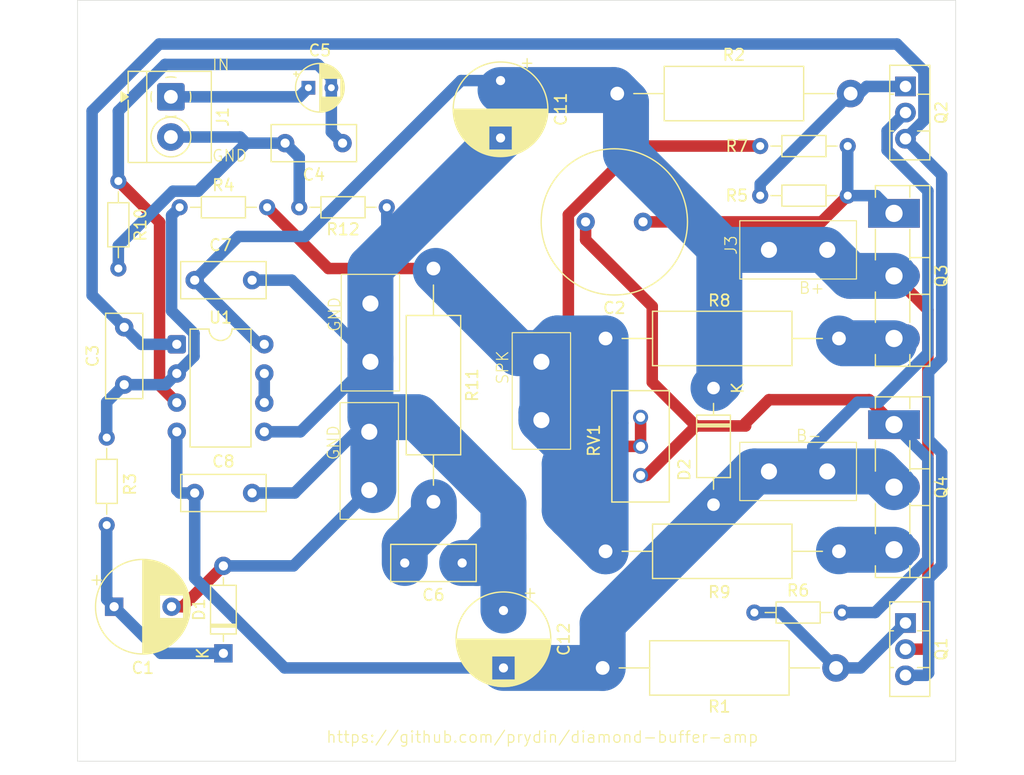
<source format=kicad_pcb>
(kicad_pcb (version 20241229) (generator "pcbnew") (generator_version "9.0")
  (layers (0 "F.Cu" signal) (2 "B.Cu" signal) (13 "F.Paste" user) (15 "B.Paste" user) (5 "F.SilkS" user "F.Silkscreen") (7 "B.SilkS" user "B.Silkscreen") (1 "F.Mask" user) (3 "B.Mask" user) (25 "Edge.Cuts" user))
  (net 0 "")
  (net 1 "Net-(D1-K)")
  (net 2 "GND")
  (net 3 "Net-(Q1-B)")
  (net 4 "Net-(U1A--)")
  (net 5 "Net-(U1A-+)")
  (net 6 "IN")
  (net 7 "Net-(C6-Pad1)")
  (net 8 "Net-(Q1-E)")
  (net 9 "Net-(Q2-E)")
  (net 10 "Net-(Q3-C)")
  (net 11 "Net-(Q3-E)")
  (net 12 "Net-(Q4-B)")
  (net 13 "Net-(Q4-E)")
  (net 14 "SPK")
  (net 15 "Net-(R7-Pad2)")
  (net 16 "Net-(U1B--)")
  (net 17 "B+")
  (net 18 "B-")
  (net 19 "GNDS")
  (footprint "Diamond:Spade Connector" (layer "F.Cu") (at 162.306 94.642 180)
    (property "Reference" "J4" (hide yes))
    (property "Value" "~")
    (pad "1" thru_hole circle (at -2.54 5.08 180) (size 3 3) (drill 1.4) (layers "*.Cu" "*.Mask") (net 18 "B-"))
    (pad "2" thru_hole circle (at 2.54 5.08 180) (size 3 3) (drill 1.4) (layers "*.Cu" "*.Mask") (net 18 "B-"))
  )
  (footprint "Resistor_THT:R_Axial_DIN0204_L3.6mm_D1.6mm_P7.62mm_Horizontal" (layer "F.Cu") (at 126.492 66.548 180)
    (property "Reference" "R12" (at 3.81 -1.92 0) (layer "F.SilkS"))
    (property "Value" "100")
    (pad "1" thru_hole circle (at 0 0 180) (size 1.4 1.4) (drill 0.7) (layers "*.Cu" "*.Mask") (net 2 "GND"))
    (pad "2" thru_hole oval (at 7.62 0 180) (size 1.4 1.4) (drill 0.7) (layers "*.Cu" "*.Mask") (net 19 "GNDS"))
  )
  (footprint "MountingHole:MountingHole_2.2mm_M2" (layer "F.Cu") (at 102.362 51.308)
    (property "Reference" "REF**" (hide yes))
    (property "Value" "MountingHole_2.2mm_M2")
    (pad "" np_thru_hole circle (at 0 0) (size 2.2 2.2) (drill 2.2) (layers "*.Cu" "*.Mask"))
  )
  (footprint "Capacitor_THT:CP_Radial_D4.0mm_P2.00mm" (layer "F.Cu") (at 119.666 56.134)
    (property "Reference" "C5" (at 1 -3.25 0) (layer "F.SilkS"))
    (property "Value" "4.7u")
    (pad "1" thru_hole rect (at 0 0) (size 1.2 1.2) (drill 0.6) (layers "*.Cu" "*.Mask") (net 6 "IN"))
    (pad "2" thru_hole circle (at 2 0) (size 1.2 1.2) (drill 0.6) (layers "*.Cu" "*.Mask") (net 5 "Net-(U1A-+)"))
  )
  (footprint "Resistor_THT:R_Axial_DIN0204_L3.6mm_D1.6mm_P7.62mm_Horizontal" (layer "F.Cu") (at 158.496 101.854)
    (property "Reference" "R6" (at 3.81 -1.92 0) (layer "F.SilkS"))
    (property "Value" "10")
    (pad "1" thru_hole circle (at 0 0) (size 1.4 1.4) (drill 0.7) (layers "*.Cu" "*.Mask") (net 8 "Net-(Q1-E)"))
    (pad "2" thru_hole oval (at 7.62 0) (size 1.4 1.4) (drill 0.7) (layers "*.Cu" "*.Mask") (net 12 "Net-(Q4-B)"))
  )
  (footprint "Diamond:Spade Connector" (layer "F.Cu") (at 162.306 75.338 180)
    (property "Reference" "J3" (at 5.842 5.488 90) (layer "F.SilkS") (effects (font (thickness 0.1))))
    (property "Value" "~")
    (pad "1" thru_hole circle (at -2.54 5.08 180) (size 3 3) (drill 1.4) (layers "*.Cu" "*.Mask") (net 17 "B+"))
    (pad "2" thru_hole circle (at 2.54 5.08 180) (size 3 3) (drill 1.4) (layers "*.Cu" "*.Mask") (net 17 "B+"))
  )
  (footprint "TerminalBlock_4Ucon:TerminalBlock_4Ucon_1x02_P3.50mm_Horizontal" (layer "F.Cu") (at 107.696 56.924 -90)
    (property "Reference" "J1" (at 1.75 -4.52 90) (layer "F.SilkS"))
    (property "Value" "INPUT")
    (pad "1" thru_hole roundrect (at 0 0 270) (size 2.4 2.4) (drill 1.2) (layers "*.Cu" "*.Mask") (roundrect_rratio 0.104167) (net 6 "IN"))
    (pad "2" thru_hole circle (at 3.5 0 270) (size 2.4 2.4) (drill 1.2) (layers "*.Cu" "*.Mask") (net 19 "GNDS"))
  )
  (footprint "Capacitor_THT:C_Radial_D12.5mm_H20.0mm_P5.00mm" (layer "F.Cu") (at 148.804 67.818 180)
    (property "Reference" "C2" (at 2.5 -7.5 0) (layer "F.SilkS"))
    (property "Value" "1000u")
    (pad "1" thru_hole circle (at 0 0 180) (size 1.6 1.6) (drill 0.8) (layers "*.Cu" "*.Mask") (net 10 "Net-(Q3-C)"))
    (pad "2" thru_hole circle (at 5 0 180) (size 1.6 1.6) (drill 0.8) (layers "*.Cu" "*.Mask") (net 12 "Net-(Q4-B)"))
  )
  (footprint "Resistor_THT:R_Axial_DIN0204_L3.6mm_D1.6mm_P7.62mm_Horizontal" (layer "F.Cu") (at 166.624 61.214 180)
    (property "Reference" "R7" (at 9.652 0 0) (layer "F.SilkS"))
    (property "Value" "470")
    (pad "1" thru_hole circle (at 0 0 180) (size 1.4 1.4) (drill 0.7) (layers "*.Cu" "*.Mask") (net 10 "Net-(Q3-C)"))
    (pad "2" thru_hole oval (at 7.62 0 180) (size 1.4 1.4) (drill 0.7) (layers "*.Cu" "*.Mask") (net 15 "Net-(R7-Pad2)"))
  )
  (footprint "Package_TO_SOT_THT:TO-3P-3_Vertical" (layer "F.Cu") (at 170.654 67.078 -90)
    (property "Reference" "Q3" (at 5.45 -4.12 90) (layer "F.SilkS"))
    (property "Value" "NJW0281G")
    (pad "1" thru_hole rect (at 0 0 270) (size 2.5 4.5) (drill 1.5) (layers "*.Cu" "*.Mask") (net 10 "Net-(Q3-C)"))
    (pad "2" thru_hole oval (at 5.45 0 270) (size 2.5 4.5) (drill 1.5) (layers "*.Cu" "*.Mask") (net 17 "B+"))
    (pad "3" thru_hole oval (at 10.9 0 270) (size 2.5 4.5) (drill 1.5) (layers "*.Cu" "*.Mask") (net 11 "Net-(Q3-E)"))
  )
  (footprint "Resistor_THT:R_Axial_DIN0204_L3.6mm_D1.6mm_P7.62mm_Horizontal" (layer "F.Cu") (at 102.108 94.234 90)
    (property "Reference" "R3" (at 3.556 2.032 90) (layer "F.SilkS"))
    (property "Value" "1k")
    (pad "1" thru_hole circle (at 0 0 90) (size 1.4 1.4) (drill 0.7) (layers "*.Cu" "*.Mask") (net 1 "Net-(D1-K)"))
    (pad "2" thru_hole oval (at 7.62 0 90) (size 1.4 1.4) (drill 0.7) (layers "*.Cu" "*.Mask") (net 4 "Net-(U1A--)"))
  )
  (footprint "Capacitor_THT:C_Rect_L7.2mm_W3.0mm_P5.00mm_FKS2_FKP2_MKS2_MKP2" (layer "F.Cu") (at 103.632 82.002 90)
    (property "Reference" "C3" (at 2.5 -2.75 90) (layer "F.SilkS"))
    (property "Value" "22p")
    (pad "1" thru_hole circle (at 0 0 90) (size 1.6 1.6) (drill 0.8) (layers "*.Cu" "*.Mask") (net 4 "Net-(U1A--)"))
    (pad "2" thru_hole circle (at 5 0 90) (size 1.6 1.6) (drill 0.8) (layers "*.Cu" "*.Mask") (net 3 "Net-(Q1-B)"))
  )
  (footprint "Capacitor_THT:C_Rect_L7.2mm_W3.0mm_P5.00mm_FKS2_FKP2_MKS2_MKP2" (layer "F.Cu") (at 109.768 91.44)
    (property "Reference" "C8" (at 2.5 -2.75 0) (layer "F.SilkS"))
    (property "Value" "100n")
    (pad "1" thru_hole circle (at 0 0) (size 1.6 1.6) (drill 0.8) (layers "*.Cu" "*.Mask") (net 18 "B-"))
    (pad "2" thru_hole circle (at 5 0) (size 1.6 1.6) (drill 0.8) (layers "*.Cu" "*.Mask") (net 2 "GND"))
  )
  (footprint "Package_DIP:DIP-8_W7.62mm" (layer "F.Cu") (at 108.209 78.486)
    (property "Reference" "U1" (at 3.81 -2.33 0) (layer "F.SilkS"))
    (property "Value" "NE5532")
    (pad "1" thru_hole roundrect (at 0 0) (size 1.6 1.6) (drill 0.8) (layers "*.Cu" "*.Mask") (roundrect_rratio 0.15625) (net 3 "Net-(Q1-B)"))
    (pad "2" thru_hole circle (at 0 2.54) (size 1.6 1.6) (drill 0.8) (layers "*.Cu" "*.Mask") (net 4 "Net-(U1A--)"))
    (pad "3" thru_hole circle (at 0 5.08) (size 1.6 1.6) (drill 0.8) (layers "*.Cu" "*.Mask") (net 5 "Net-(U1A-+)"))
    (pad "4" thru_hole circle (at 0 7.62) (size 1.6 1.6) (drill 0.8) (layers "*.Cu" "*.Mask") (net 18 "B-"))
    (pad "5" thru_hole circle (at 7.62 7.62) (size 1.6 1.6) (drill 0.8) (layers "*.Cu" "*.Mask") (net 2 "GND"))
    (pad "6" thru_hole circle (at 7.62 5.08) (size 1.6 1.6) (drill 0.8) (layers "*.Cu" "*.Mask") (net 16 "Net-(U1B--)"))
    (pad "7" thru_hole circle (at 7.62 2.54) (size 1.6 1.6) (drill 0.8) (layers "*.Cu" "*.Mask") (net 16 "Net-(U1B--)"))
    (pad "8" thru_hole circle (at 7.62 0) (size 1.6 1.6) (drill 0.8) (layers "*.Cu" "*.Mask") (net 17 "B+"))
  )
  (footprint "Diamond:Spade Connector" (layer "F.Cu") (at 134.874 82.55 90)
    (property "Reference" "J2" (hide yes))
    (property "Value" "~")
    (pad "1" thru_hole circle (at -2.54 5.08 90) (size 3 3) (drill 1.4) (layers "*.Cu" "*.Mask") (net 14 "SPK"))
    (pad "2" thru_hole circle (at 2.54 5.08 90) (size 3 3) (drill 1.4) (layers "*.Cu" "*.Mask") (net 14 "SPK"))
  )
  (footprint "Resistor_THT:R_Axial_DIN0414_L11.9mm_D4.5mm_P20.32mm_Horizontal" (layer "F.Cu") (at 165.608 106.68 180)
    (property "Reference" "R1" (at 10.16 -3.37 0) (layer "F.SilkS"))
    (property "Value" "1.5k")
    (pad "1" thru_hole circle (at 0 0 180) (size 2.4 2.4) (drill 1.2) (layers "*.Cu" "*.Mask") (net 8 "Net-(Q1-E)"))
    (pad "2" thru_hole oval (at 20.32 0 180) (size 2.4 2.4) (drill 1.2) (layers "*.Cu" "*.Mask") (net 18 "B-"))
  )
  (footprint "Capacitor_THT:CP_Radial_D8.0mm_P5.00mm" (layer "F.Cu") (at 136.398 55.509349 -90)
    (property "Reference" "C11" (at 2.5 -5.25 90) (layer "F.SilkS"))
    (property "Value" "100u")
    (pad "1" thru_hole rect (at 0 0 270) (size 1.6 1.6) (drill 0.8) (layers "*.Cu" "*.Mask") (net 17 "B+"))
    (pad "2" thru_hole circle (at 5 0 270) (size 1.6 1.6) (drill 0.8) (layers "*.Cu" "*.Mask") (net 2 "GND"))
  )
  (footprint "Package_TO_SOT_THT:TO-126-3_Vertical" (layer "F.Cu") (at 171.654 56.018 -90)
    (property "Reference" "Q2" (at 2.28 -3.12 90) (layer "F.SilkS"))
    (property "Value" "BD140")
    (pad "1" thru_hole rect (at 0 0 270) (size 1.71 1.8) (drill 1) (layers "*.Cu" "*.Mask") (net 9 "Net-(Q2-E)"))
    (pad "2" thru_hole oval (at 2.28 0 270) (size 1.71 1.8) (drill 1) (layers "*.Cu" "*.Mask") (net 18 "B-"))
    (pad "3" thru_hole oval (at 4.56 0 270) (size 1.71 1.8) (drill 1) (layers "*.Cu" "*.Mask") (net 3 "Net-(Q1-B)"))
  )
  (footprint "Resistor_THT:R_Axial_DIN0414_L11.9mm_D4.5mm_P20.32mm_Horizontal" (layer "F.Cu") (at 165.862 77.978 180)
    (property "Reference" "R8" (at 10.414 3.302 0) (layer "F.SilkS"))
    (property "Value" "0.5")
    (pad "1" thru_hole circle (at 0 0 180) (size 2.4 2.4) (drill 1.2) (layers "*.Cu" "*.Mask") (net 11 "Net-(Q3-E)"))
    (pad "2" thru_hole oval (at 20.32 0 180) (size 2.4 2.4) (drill 1.2) (layers "*.Cu" "*.Mask") (net 14 "SPK"))
  )
  (footprint "Resistor_THT:R_Axial_DIN0204_L3.6mm_D1.6mm_P7.62mm_Horizontal" (layer "F.Cu") (at 103.124 64.262 -90)
    (property "Reference" "R10" (at 3.81 -1.92 90) (layer "F.SilkS"))
    (property "Value" "47k")
    (pad "1" thru_hole circle (at 0 0 270) (size 1.4 1.4) (drill 0.7) (layers "*.Cu" "*.Mask") (net 5 "Net-(U1A-+)"))
    (pad "2" thru_hole oval (at 7.62 0 270) (size 1.4 1.4) (drill 0.7) (layers "*.Cu" "*.Mask") (net 19 "GNDS"))
  )
  (footprint "Resistor_THT:R_Axial_DIN0414_L11.9mm_D4.5mm_P20.32mm_Horizontal" (layer "F.Cu") (at 146.558 56.642)
    (property "Reference" "R2" (at 10.16 -3.37 0) (layer "F.SilkS"))
    (property "Value" "1.5k")
    (pad "1" thru_hole circle (at 0 0) (size 2.4 2.4) (drill 1.2) (layers "*.Cu" "*.Mask") (net 17 "B+"))
    (pad "2" thru_hole oval (at 20.32 0) (size 2.4 2.4) (drill 1.2) (layers "*.Cu" "*.Mask") (net 9 "Net-(Q2-E)"))
  )
  (footprint "MountingHole:MountingHole_2.2mm_M2" (layer "F.Cu") (at 172.5 51.3)
    (property "Reference" "REF**" (hide yes))
    (property "Value" "MountingHole_2.2mm_M2")
    (pad "" np_thru_hole circle (at 0 0) (size 2.2 2.2) (drill 2.2) (layers "*.Cu" "*.Mask"))
  )
  (footprint "Diamond:Spade Connector" (layer "F.Cu") (at 119.988 77.47 90)
    (property "Reference" "J5" (hide yes))
    (property "Value" "~")
    (pad "1" thru_hole circle (at -2.54 5.08 90) (size 3 3) (drill 1.4) (layers "*.Cu" "*.Mask") (net 2 "GND"))
    (pad "2" thru_hole circle (at 2.54 5.08 90) (size 3 3) (drill 1.4) (layers "*.Cu" "*.Mask") (net 2 "GND"))
  )
  (footprint "Resistor_THT:R_Axial_DIN0414_L11.9mm_D4.5mm_P20.32mm_Horizontal" (layer "F.Cu") (at 145.542 96.52)
    (property "Reference" "R9" (at 9.906 3.556 0) (layer "F.SilkS"))
    (property "Value" "0.5")
    (pad "1" thru_hole circle (at 0 0) (size 2.4 2.4) (drill 1.2) (layers "*.Cu" "*.Mask") (net 14 "SPK"))
    (pad "2" thru_hole oval (at 20.32 0) (size 2.4 2.4) (drill 1.2) (layers "*.Cu" "*.Mask") (net 13 "Net-(Q4-E)"))
  )
  (footprint "Capacitor_THT:C_Rect_L7.2mm_W3.0mm_P5.00mm_FKS2_FKP2_MKS2_MKP2" (layer "F.Cu") (at 128.056 97.536)
    (property "Reference" "C6" (at 2.5 2.794 0) (layer "F.SilkS"))
    (property "Value" "100n")
    (pad "1" thru_hole circle (at 0 0) (size 1.6 1.6) (drill 0.8) (layers "*.Cu" "*.Mask") (net 7 "Net-(C6-Pad1)"))
    (pad "2" thru_hole circle (at 5 0) (size 1.6 1.6) (drill 0.8) (layers "*.Cu" "*.Mask") (net 2 "GND"))
  )
  (footprint "Diode_THT:D_DO-35_SOD27_P7.62mm_Horizontal" (layer "F.Cu") (at 112.268 105.41 90)
    (property "Reference" "D1" (at 3.81 -2.12 90) (layer "F.SilkS"))
    (property "Value" "1N4148")
    (fp_text user "K" (at 0 -1.8 90) (layer "F.SilkS"))
    (pad "1" thru_hole rect (at 0 0 90) (size 1.6 1.6) (drill 0.8) (layers "*.Cu" "*.Mask") (net 1 "Net-(D1-K)"))
    (pad "2" thru_hole oval (at 7.62 0 90) (size 1.6 1.6) (drill 0.8) (layers "*.Cu" "*.Mask") (net 2 "GND"))
  )
  (footprint "Diamond:Spade Connector" (layer "F.Cu") (at 119.888 88.646 90)
    (property "Reference" "J6" (hide yes))
    (property "Value" "~")
    (pad "1" thru_hole circle (at -2.54 5.08 90) (size 3 3) (drill 1.4) (layers "*.Cu" "*.Mask") (net 2 "GND"))
    (pad "2" thru_hole circle (at 2.54 5.08 90) (size 3 3) (drill 1.4) (layers "*.Cu" "*.Mask") (net 2 "GND"))
  )
  (footprint "Diode_THT:D_DO-41_SOD81_P10.16mm_Horizontal" (layer "F.Cu") (at 154.94 82.296 -90)
    (property "Reference" "D2" (at 7.112 2.54 90) (layer "F.SilkS"))
    (property "Value" "1N4004")
    (fp_text user "K" (at 0 -2.1 90) (layer "F.SilkS"))
    (pad "1" thru_hole rect (at 0 0 270) (size 2.2 2.2) (drill 1.1) (layers "*.Cu" "*.Mask") (net 17 "B+"))
    (pad "2" thru_hole oval (at 10.16 0 270) (size 2.2 2.2) (drill 1.1) (layers "*.Cu" "*.Mask") (net 18 "B-"))
  )
  (footprint "Capacitor_THT:CP_Radial_D8.0mm_P5.00mm" (layer "F.Cu") (at 136.652 101.68 -90)
    (property "Reference" "C12" (at 2.5 -5.25 90) (layer "F.SilkS"))
    (property "Value" "100u")
    (pad "1" thru_hole rect (at 0 0 270) (size 1.6 1.6) (drill 0.8) (layers "*.Cu" "*.Mask") (net 2 "GND"))
    (pad "2" thru_hole circle (at 5 0 270) (size 1.6 1.6) (drill 0.8) (layers "*.Cu" "*.Mask") (net 18 "B-"))
  )
  (footprint "MountingHole:MountingHole_2.2mm_M2" (layer "F.Cu") (at 172.5 112)
    (property "Reference" "REF**" (hide yes))
    (property "Value" "MountingHole_2.2mm_M2")
    (pad "" np_thru_hole circle (at 0 0) (size 2.2 2.2) (drill 2.2) (layers "*.Cu" "*.Mask"))
  )
  (footprint "Resistor_THT:R_Axial_DIN0204_L3.6mm_D1.6mm_P7.62mm_Horizontal" (layer "F.Cu") (at 108.458 66.548)
    (property "Reference" "R4" (at 3.81 -1.92 0) (layer "F.SilkS"))
    (property "Value" "10k")
    (pad "1" thru_hole circle (at 0 0) (size 1.4 1.4) (drill 0.7) (layers "*.Cu" "*.Mask") (net 4 "Net-(U1A--)"))
    (pad "2" thru_hole oval (at 7.62 0) (size 1.4 1.4) (drill 0.7) (layers "*.Cu" "*.Mask") (net 14 "SPK"))
  )
  (footprint "Package_TO_SOT_THT:TO-3P-3_Vertical" (layer "F.Cu") (at 170.654 85.482 -90)
    (property "Reference" "Q4" (at 5.45 -4.12 90) (layer "F.SilkS"))
    (property "Value" "NJW0302G")
    (pad "1" thru_hole rect (at 0 0 270) (size 2.5 4.5) (drill 1.5) (layers "*.Cu" "*.Mask") (net 12 "Net-(Q4-B)"))
    (pad "2" thru_hole oval (at 5.45 0 270) (size 2.5 4.5) (drill 1.5) (layers "*.Cu" "*.Mask") (net 18 "B-"))
    (pad "3" thru_hole oval (at 10.9 0 270) (size 2.5 4.5) (drill 1.5) (layers "*.Cu" "*.Mask") (net 13 "Net-(Q4-E)"))
  )
  (footprint "MountingHole:MountingHole_2.2mm_M2" (layer "F.Cu") (at 102.3 112)
    (property "Reference" "REF**" (hide yes))
    (property "Value" "MountingHole_2.2mm_M2")
    (pad "" np_thru_hole circle (at 0 0) (size 2.2 2.2) (drill 2.2) (layers "*.Cu" "*.Mask"))
  )
  (footprint "Capacitor_THT:C_Rect_L7.2mm_W3.0mm_P5.00mm_FKS2_FKP2_MKS2_MKP2" (layer "F.Cu") (at 109.768 72.898)
    (property "Reference" "C7" (at 2.246 -3.048 0) (layer "F.SilkS"))
    (property "Value" "100n")
    (pad "1" thru_hole circle (at 0 0) (size 1.6 1.6) (drill 0.8) (layers "*.Cu" "*.Mask") (net 17 "B+"))
    (pad "2" thru_hole circle (at 5 0) (size 1.6 1.6) (drill 0.8) (layers "*.Cu" "*.Mask") (net 2 "GND"))
  )
  (footprint "Capacitor_THT:CP_Radial_D8.0mm_P5.00mm" (layer "F.Cu") (at 102.753349 101.346)
    (property "Reference" "C1" (at 2.5 5.334 0) (layer "F.SilkS"))
    (property "Value" "220u")
    (pad "1" thru_hole rect (at 0 0) (size 1.6 1.6) (drill 0.8) (layers "*.Cu" "*.Mask") (net 1 "Net-(D1-K)"))
    (pad "2" thru_hole circle (at 5 0) (size 1.6 1.6) (drill 0.8) (layers "*.Cu" "*.Mask") (net 2 "GND"))
  )
  (footprint "Resistor_THT:R_Axial_DIN0204_L3.6mm_D1.6mm_P7.62mm_Horizontal" (layer "F.Cu") (at 159.004 65.532)
    (property "Reference" "R5" (at -2.032 0 0) (layer "F.SilkS"))
    (property "Value" "10")
    (pad "1" thru_hole circle (at 0 0) (size 1.4 1.4) (drill 0.7) (layers "*.Cu" "*.Mask") (net 9 "Net-(Q2-E)"))
    (pad "2" thru_hole oval (at 7.62 0) (size 1.4 1.4) (drill 0.7) (layers "*.Cu" "*.Mask") (net 10 "Net-(Q3-C)"))
  )
  (footprint "Resistor_THT:R_Axial_DIN0414_L11.9mm_D4.5mm_P20.32mm_Horizontal" (layer "F.Cu") (at 130.556 71.882 -90)
    (property "Reference" "R11" (at 10.16 -3.37 90) (layer "F.SilkS"))
    (property "Value" "10")
    (pad "1" thru_hole circle (at 0 0 270) (size 2.4 2.4) (drill 1.2) (layers "*.Cu" "*.Mask") (net 14 "SPK"))
    (pad "2" thru_hole oval (at 20.32 0 270) (size 2.4 2.4) (drill 1.2) (layers "*.Cu" "*.Mask") (net 7 "Net-(C6-Pad1)"))
  )
  (footprint "Capacitor_THT:C_Rect_L7.2mm_W3.0mm_P5.00mm_FKS2_FKP2_MKS2_MKP2" (layer "F.Cu") (at 122.642 60.96 180)
    (property "Reference" "C4" (at 2.5 -2.75 0) (layer "F.SilkS"))
    (property "Value" "220p")
    (pad "1" thru_hole circle (at 0 0 180) (size 1.6 1.6) (drill 0.8) (layers "*.Cu" "*.Mask") (net 5 "Net-(U1A-+)"))
    (pad "2" thru_hole circle (at 5 0 180) (size 1.6 1.6) (drill 0.8) (layers "*.Cu" "*.Mask") (net 19 "GNDS"))
  )
  (footprint "Package_TO_SOT_THT:TO-126-3_Vertical" (layer "F.Cu") (at 171.654 102.766 -90)
    (property "Reference" "Q1" (at 2.28 -3.12 90) (layer "F.SilkS"))
    (property "Value" "BD139")
    (pad "1" thru_hole rect (at 0 0 270) (size 1.71 1.8) (drill 1) (layers "*.Cu" "*.Mask") (net 8 "Net-(Q1-E)"))
    (pad "2" thru_hole oval (at 2.28 0 270) (size 1.71 1.8) (drill 1) (layers "*.Cu" "*.Mask") (net 17 "B+"))
    (pad "3" thru_hole oval (at 4.56 0 270) (size 1.71 1.8) (drill 1) (layers "*.Cu" "*.Mask") (net 3 "Net-(Q1-B)"))
  )
  (footprint "Diamond:TRIM_T93YA103KT20" (layer "F.Cu") (at 148.59 87.376)
    (property "Reference" "RV1" (at -4.064 -0.508 90) (layer "F.SilkS") (effects (font (size 1.004969 1.004969))))
    (property "Value" "1k")
    (pad "1" thru_hole circle (at 0 -2.54) (size 1.308 1.308) (drill 0.8) (layers "*.Cu" "*.Mask") (net 15 "Net-(R7-Pad2)"))
    (pad "2" thru_hole circle (at 0 0) (size 1.308 1.308) (drill 0.8) (layers "*.Cu" "*.Mask") (net 15 "Net-(R7-Pad2)"))
    (pad "3" thru_hole circle (at 0 2.54) (size 1.308 1.308) (drill 0.8) (layers "*.Cu" "*.Mask") (net 12 "Net-(Q4-B)"))
  )
  (gr_rect (start 99.568 48.514) (end 176.022 114.808) (stroke (width 0.05)) (fill no) (layer "Edge.Cuts"))
  (gr_text "GND" (at 122.528 77.47 90) (layer "F.SilkS") (effects (font (size 1 1) (thickness 0.1)) (justify left bottom)))
  (gr_text "B-" (at 162.052 87.022 0) (layer "F.SilkS") (effects (font (size 1 1) (thickness 0.1)) (justify left bottom)))
  (gr_text "https://github.com/prydin/diamond-buffer-amp" (at 121.158 113.284 0) (layer "F.SilkS") (effects (font (size 1 1) (thickness 0.1)) (justify left bottom)))
  (gr_text "IN" (at 111.216 54.704 0) (layer "F.SilkS") (effects (font (size 1 1) (thickness 0.1)) (justify left bottom)))
  (gr_text "GND" (at 122.428 88.646 90) (layer "F.SilkS") (effects (font (size 1 1) (thickness 0.1)) (justify left bottom)))
  (gr_text "GND" (at 111.216 62.644 0) (layer "F.SilkS") (effects (font (size 1 1) (thickness 0.1)) (justify left bottom)))
  (gr_text "B+" (at 162.306 74.168 0) (layer "F.SilkS") (effects (font (size 1 1) (thickness 0.1)) (justify left bottom)))
  (gr_text "SPK" (at 137.16 82.042 90) (layer "F.SilkS") (effects (font (size 1 1) (thickness 0.1)) (justify left bottom)))
  (segment (start 102.108 100.700651) (end 102.753349 101.346) (width 1) (layer "B.Cu") (net 1))
  (segment (start 106.817349 105.41) (end 112.268 105.41) (width 1) (layer "B.Cu") (net 1))
  (segment (start 102.108 94.234) (end 102.108 100.700651) (width 1) (layer "B.Cu") (net 1))
  (segment (start 102.753349 101.346) (end 106.817349 105.41) (width 1) (layer "B.Cu") (net 1))
  (segment (start 107.753349 101.346) (end 108.712 101.346) (width 1) (layer "F.Cu") (net 2))
  (segment (start 108.712 101.346) (end 112.268 97.79) (width 1) (layer "F.Cu") (net 2))
  (segment (start 134.366 97.536) (end 136.652 95.25) (width 4) (layer "B.Cu") (net 2))
  (segment (start 126.901674 70.005674) (end 136.370349 60.537) (width 4) (layer "B.Cu") (net 2))
  (segment (start 125.322 86.106) (end 125.322 91.186) (width 4) (layer "B.Cu") (net 2))
  (segment (start 118.210002 72.898) (end 125.068002 79.756) (width 1) (layer "B.Cu") (net 2))
  (segment (start 115.829 86.106) (end 118.972 86.106) (width 1) (layer "B.Cu") (net 2))
  (segment (start 118.464002 91.439998) (end 125.068 84.836) (width 1) (layer "B.Cu") (net 2))
  (segment (start 136.652 92.358304) (end 129.129696 84.836) (width 4) (layer "B.Cu") (net 2))
  (segment (start 125.068 84.836) (end 125.068 79.756) (width 4) (layer "B.Cu") (net 2))
  (segment (start 129.129696 84.836) (end 125.068 84.836) (width 4) (layer "B.Cu") (net 2))
  (segment (start 118.972 86.106) (end 125.068 80.01) (width 1) (layer "B.Cu") (net 2))
  (segment (start 126.492 66.548) (end 126.492 69.596) (width 1) (layer "B.Cu") (net 2))
  (segment (start 133.056 97.536) (end 134.366 97.536) (width 4) (layer "B.Cu") (net 2))
  (segment (start 112.268 97.79) (end 118.364 97.79) (width 1) (layer "B.Cu") (net 2))
  (segment (start 136.652 95.25) (end 136.652 101.68) (width 4) (layer "B.Cu") (net 2))
  (segment (start 125.068002 71.839346) (end 125.068002 79.756) (width 4) (layer "B.Cu") (net 2))
  (segment (start 118.464002 91.44) (end 118.464002 91.439998) (width 1) (layer "B.Cu") (net 2))
  (segment (start 126.901674 70.005674) (end 125.068002 71.839346) (width 4) (layer "B.Cu") (net 2))
  (segment (start 118.464002 91.44) (end 114.768 91.44) (width 1) (layer "B.Cu") (net 2))
  (segment (start 114.768 72.898) (end 118.210002 72.898) (width 1) (layer "B.Cu") (net 2))
  (segment (start 136.652 95.25) (end 136.652 92.358304) (width 4) (layer "B.Cu") (net 2))
  (segment (start 126.492 69.596) (end 126.901674 70.005674) (width 1) (layer "B.Cu") (net 2))
  (segment (start 136.370349 60.537) (end 136.398 60.537) (width 4) (layer "B.Cu") (net 2))
  (segment (start 118.364 97.79) (end 124.968 91.186) (width 1) (layer "B.Cu") (net 2))
  (segment (start 173.255 54.672709) (end 173.255 58.977) (width 1) (layer "B.Cu") (net 3))
  (segment (start 173.666 107.124) (end 173.666 98.886847) (width 1) (layer "B.Cu") (net 3))
  (segment (start 173.666 80.899847) (end 174.805 79.760847) (width 1) (layer "B.Cu") (net 3))
  (segment (start 173.255 58.977) (end 171.654 60.578) (width 1) (layer "B.Cu") (net 3))
  (segment (start 174.805 79.760847) (end 174.805 63.729) (width 1) (layer "B.Cu") (net 3))
  (segment (start 171.654 107.326) (end 173.464 107.326) (width 1) (layer "B.Cu") (net 3))
  (segment (start 173.666 86.796944) (end 173.666 80.899847) (width 1) (layer "B.Cu") (net 3))
  (segment (start 108.209 78.486) (end 105.116 78.486) (width 1) (layer "B.Cu") (net 3))
  (segment (start 105.116 78.486) (end 103.632 77.002) (width 1) (layer "B.Cu") (net 3))
  (segment (start 100.838 74.208) (end 100.838 58.166) (width 1) (layer "B.Cu") (net 3))
  (segment (start 174.805 97.747847) (end 174.805 87.935944) (width 1) (layer "B.Cu") (net 3))
  (segment (start 103.632 77.002) (end 100.838 74.208) (width 1) (layer "B.Cu") (net 3))
  (segment (start 106.68 52.324) (end 170.906291 52.324) (width 1) (layer "B.Cu") (net 3))
  (segment (start 100.838 58.166) (end 106.68 52.324) (width 1) (layer "B.Cu") (net 3))
  (segment (start 173.464 107.326) (end 173.666 107.124) (width 1) (layer "B.Cu") (net 3))
  (segment (start 170.906291 52.324) (end 173.255 54.672709) (width 1) (layer "B.Cu") (net 3))
  (segment (start 174.805 87.935944) (end 173.666 86.796944) (width 1) (layer "B.Cu") (net 3))
  (segment (start 174.805 63.729) (end 171.654 60.578) (width 1) (layer "B.Cu") (net 3))
  (segment (start 173.666 98.886847) (end 174.805 97.747847) (width 1) (layer "B.Cu") (net 3))
  (segment (start 103.632 82.002) (end 102.108 83.526) (width 1) (layer "B.Cu") (net 4))
  (segment (start 107.758 75.583156) (end 109.71 77.535156) (width 1) (layer "B.Cu") (net 4))
  (segment (start 108.458 66.548) (end 107.758 67.248) (width 1) (layer "B.Cu") (net 4))
  (segment (start 109.71 77.535156) (end 109.71 79.525) (width 1) (layer "B.Cu") (net 4))
  (segment (start 109.71 79.525) (end 108.209 81.026) (width 1) (layer "B.Cu") (net 4))
  (segment (start 103.632 82.002) (end 107.233 82.002) (width 1) (layer "B.Cu") (net 4))
  (segment (start 102.108 83.526) (end 102.108 86.614) (width 1) (layer "B.Cu") (net 4))
  (segment (start 107.233 82.002) (end 108.209 81.026) (width 1) (layer "B.Cu") (net 4))
  (segment (start 107.758 67.248) (end 107.758 75.583156) (width 1) (layer "B.Cu") (net 4))
  (segment (start 108.209 83.566) (end 106.708 82.065) (width 1) (layer "F.Cu") (net 5))
  (segment (start 106.708 82.065) (end 106.708 67.846) (width 1) (layer "F.Cu") (net 5))
  (segment (start 106.708 67.846) (end 103.124 64.262) (width 1) (layer "F.Cu") (net 5))
  (segment (start 121.666 55.285472) (end 121.666 56.134) (width 1) (layer "B.Cu") (net 5))
  (segment (start 120.482528 54.102) (end 121.666 55.285472) (width 1) (layer "B.Cu") (net 5))
  (segment (start 107.188 54.102) (end 120.482528 54.102) (width 1) (layer "B.Cu") (net 5))
  (segment (start 121.666 59.984) (end 122.642 60.96) (width 1) (layer "B.Cu") (net 5))
  (segment (start 103.124 58.166) (end 107.188 54.102) (width 1) (layer "B.Cu") (net 5))
  (segment (start 103.124 64.262) (end 103.124 58.166) (width 1) (layer "B.Cu") (net 5))
  (segment (start 121.666 56.134) (end 121.666 59.984) (width 1) (layer "B.Cu") (net 5))
  (segment (start 119.666 56.134) (end 118.876 56.924) (width 1) (layer "B.Cu") (net 6))
  (segment (start 118.876 56.924) (end 107.696 56.924) (width 1) (layer "B.Cu") (net 6))
  (segment (start 128.056 96.012) (end 130.590277 93.477723) (width 4) (layer "B.Cu") (net 7))
  (segment (start 130.590277 93.477723) (end 130.590277 92.236278) (width 4) (layer "B.Cu") (net 7))
  (segment (start 128.056 97.536) (end 128.056 96.012) (width 4) (layer "B.Cu") (net 7))
  (segment (start 158.496 101.854) (end 160.782 101.854) (width 1) (layer "B.Cu") (net 8))
  (segment (start 167.74 106.68) (end 171.654 102.766) (width 1) (layer "B.Cu") (net 8))
  (segment (start 165.608 106.68) (end 167.74 106.68) (width 1) (layer "B.Cu") (net 8))
  (segment (start 160.782 101.854) (end 165.608 106.68) (width 1) (layer "B.Cu") (net 8))
  (segment (start 167.64 56.642) (end 166.878 56.642) (width 1) (layer "B.Cu") (net 9))
  (segment (start 166.878 56.642) (end 159.004 64.516) (width 1) (layer "B.Cu") (net 9))
  (segment (start 168.264 56.018) (end 167.64 56.642) (width 1) (layer "B.Cu") (net 9))
  (segment (start 171.654 56.018) (end 168.264 56.018) (width 1) (layer "B.Cu") (net 9))
  (segment (start 159.004 64.516) (end 159.004 65.532) (width 1) (layer "B.Cu") (net 9))
  (segment (start 148.804 67.818) (end 164.338 67.818) (width 1) (layer "F.Cu") (net 10))
  (segment (start 164.338 67.818) (end 166.624 65.532) (width 1) (layer "F.Cu") (net 10))
  (segment (start 166.624 65.532) (end 169.108 65.532) (width 1) (layer "B.Cu") (net 10))
  (segment (start 169.108 65.532) (end 170.654 67.078) (width 1) (layer "B.Cu") (net 10))
  (segment (start 166.624 61.214) (end 166.624 65.532) (width 1) (layer "B.Cu") (net 10))
  (segment (start 166.279 78.395) (end 170.654 78.395) (width 4) (layer "B.Cu") (net 11))
  (segment (start 165.862 77.978) (end 166.279 78.395) (width 4) (layer "B.Cu") (net 11))
  (segment (start 143.804 67.818) (end 143.804 69.382) (width 1) (layer "F.Cu") (net 12))
  (segment (start 159.766 83.312) (end 157.734 85.344) (width 1) (layer "F.Cu") (net 12))
  (segment (start 157.734 85.344) (end 157.734 85.598) (width 1) (layer "F.Cu") (net 12))
  (segment (start 168.484 83.312) (end 159.766 83.312) (width 1) (layer "F.Cu") (net 12))
  (segment (start 149.606 75.184) (end 149.606 81.788) (width 1) (layer "F.Cu") (net 12))
  (segment (start 170.654 85.482) (end 168.484 83.312) (width 1) (layer "F.Cu") (net 12))
  (segment (start 157.734 85.598) (end 153.416 85.598) (width 1) (layer "F.Cu") (net 12))
  (segment (start 149.606 81.788) (end 153.416 85.598) (width 1) (layer "F.Cu") (net 12))
  (segment (start 143.804 69.382) (end 149.606 75.184) (width 1) (layer "F.Cu") (net 12))
  (segment (start 153.416 85.598) (end 149.098 89.916) (width 1) (layer "F.Cu") (net 12))
  (segment (start 166.116 101.854) (end 169.001791 101.854) (width 1) (layer "B.Cu") (net 12))
  (segment (start 173.605 88.433) (end 170.654 85.482) (width 1) (layer "B.Cu") (net 12))
  (segment (start 169.001791 101.854) (end 173.605 97.250791) (width 1) (layer "B.Cu") (net 12))
  (segment (start 173.605 97.250791) (end 173.605 88.433) (width 1) (layer "B.Cu") (net 12))
  (segment (start 166 96.382) (end 165.862 96.52) (width 4) (layer "B.Cu") (net 13))
  (segment (start 170.654 96.382) (end 166 96.382) (width 4) (layer "B.Cu") (net 13))
  (segment (start 116.078 66.548) (end 121.412 71.882) (width 1) (layer "F.Cu") (net 14))
  (segment (start 121.412 71.882) (end 130.556 71.882) (width 1) (layer "F.Cu") (net 14))
  (segment (start 145.542 96.52) (end 145.542 85.344) (width 4) (layer "B.Cu") (net 14))
  (segment (start 142.494 85.344) (end 141.07 85.344) (width 4) (layer "B.Cu") (net 14))
  (segment (start 145.542 85.344) (end 145.542 82.55) (width 4) (layer "B.Cu") (net 14))
  (segment (start 141.986 92.964) (end 141.986 88.9) (width 4) (layer "B.Cu") (net 14))
  (segment (start 141.324 78.332) (end 143.383 80.391) (width 4) (layer "B.Cu") (net 14))
  (segment (start 142.494 93.472) (end 145.542 96.52) (width 4) (layer "B.Cu") (net 14))
  (segment (start 141.07 85.344) (end 140.054 84.328) (width 4) (layer "B.Cu") (net 14))
  (segment (start 139.954 84.428) (end 139.954 85.09) (width 4) (layer "B.Cu") (net 14))
  (segment (start 142.494 87.63) (end 142.494 93.472) (width 4) (layer "B.Cu") (net 14))
  (segment (start 140.054 84.328) (end 140.054 79.248) (width 4) (layer "B.Cu") (net 14))
  (segment (start 140.054 84.328) (end 139.954 84.428) (width 4) (layer "B.Cu") (net 14))
  (segment (start 143.383 80.391) (end 145.542 82.55) (width 4) (layer "B.Cu") (net 14))
  (segment (start 142.494 93.472) (end 141.986 92.964) (width 4) (layer "B.Cu") (net 14))
  (segment (start 137.921999 79.248) (end 130.761937 72.087938) (width 4) (layer "B.Cu") (net 14))
  (segment (start 141.986 88.9) (end 143.002 87.884) (width 4) (layer "B.Cu") (net 14))
  (segment (start 142.494 85.344) (end 142.494 81.28) (width 4) (layer "B.Cu") (net 14))
  (segment (start 139.954 85.09) (end 142.494 87.63) (width 4) (layer "B.Cu") (net 14))
  (segment (start 141.324 77.978) (end 141.324 78.332) (width 4) (layer "B.Cu") (net 14))
  (segment (start 142.494 81.28) (end 143.383 80.391) (width 4) (layer "B.Cu") (net 14))
  (segment (start 143.002 87.884) (end 142.494 87.376) (width 4) (layer "B.Cu") (net 14))
  (segment (start 145.542 82.55) (end 145.542 77.978) (width 4) (layer "B.Cu") (net 14))
  (segment (start 140.054 79.248) (end 137.921999 79.248) (width 4) (layer "B.Cu") (net 14))
  (segment (start 142.494 87.376) (end 142.494 81.28) (width 4) (layer "B.Cu") (net 14))
  (segment (start 141.324 77.978) (end 140.054 79.248) (width 4) (layer "B.Cu") (net 14))
  (segment (start 145.542 77.978) (end 141.324 77.978) (width 4) (layer "B.Cu") (net 14))
  (segment (start 145.542 85.344) (end 142.494 85.344) (width 4) (layer "B.Cu") (net 14))
  (segment (start 148.59 87.376) (end 148.59 84.836) (width 1) (layer "F.Cu") (net 15))
  (segment (start 146.170944 87.376) (end 142.303 83.508056) (width 1) (layer "F.Cu") (net 15))
  (segment (start 148.59 87.376) (end 146.170944 87.376) (width 1) (layer "F.Cu") (net 15))
  (segment (start 142.303 83.508056) (end 142.303 67.196265) (width 1) (layer "F.Cu") (net 15))
  (segment (start 142.303 67.196265) (end 148.285265 61.214) (width 1) (layer "F.Cu") (net 15))
  (segment (start 148.285265 61.214) (end 159.004 61.214) (width 1) (layer "F.Cu") (net 15))
  (segment (start 115.829 81.026) (end 115.829 83.566) (width 1) (layer "B.Cu") (net 16))
  (segment (start 173.464 105.046) (end 173.605 104.905) (width 1) (layer "F.Cu") (net 17))
  (segment (start 173.605 75.479) (end 170.654 72.528) (width 1) (layer "F.Cu") (net 17))
  (segment (start 173.605 104.905) (end 173.605 75.479) (width 1) (layer "F.Cu") (net 17))
  (segment (start 171.654 105.046) (end 173.464 105.046) (width 1) (layer "F.Cu") (net 17))
  (segment (start 115.829 78.486) (end 115.356 78.486) (width 1) (layer "B.Cu") (net 17))
  (segment (start 155.448 81.788) (end 154.94 82.296) (width 4) (layer "B.Cu") (net 17))
  (segment (start 159.512 70.258) (end 155.718651 70.258) (width 4) (layer "B.Cu") (net 17))
  (segment (start 146.558 56.642) (end 146.251 56.335) (width 4) (layer "B.Cu") (net 17))
  (segment (start 166.862 72.528) (end 164.592 70.258) (width 4) (layer "B.Cu") (net 17))
  (segment (start 146.251 56.335) (end 136.398 56.335) (width 4) (layer "B.Cu") (net 17))
  (segment (start 155.718651 70.258) (end 147.32 61.859349) (width 4) (layer "B.Cu") (net 17))
  (segment (start 113.578 69.088) (end 119.38 69.088) (width 1) (layer "B.Cu") (net 17))
  (segment (start 159.512 70.258) (end 164.592 70.258) (width 4) (layer "B.Cu") (net 17))
  (segment (start 132.958651 55.509349) (end 136.398 55.509349) (width 1) (layer "B.Cu") (net 17))
  (segment (start 147.32 61.859349) (end 147.32 57.404) (width 4) (layer "B.Cu") (net 17))
  (segment (start 119.38 69.088) (end 132.958651 55.509349) (width 1) (layer "B.Cu") (net 17))
  (segment (start 147.32 57.404) (end 146.558 56.642) (width 4) (layer "B.Cu") (net 17))
  (segment (start 170.654 72.528) (end 166.862 72.528) (width 4) (layer "B.Cu") (net 17))
  (segment (start 115.356 78.486) (end 109.768 72.898) (width 1) (layer "B.Cu") (net 17))
  (segment (start 155.718651 70.258) (end 155.448 70.528651) (width 4) (layer "B.Cu") (net 17))
  (segment (start 109.768 72.898) (end 113.578 69.088) (width 1) (layer "B.Cu") (net 17))
  (segment (start 155.448 70.528651) (end 155.448 81.788) (width 4) (layer "B.Cu") (net 17))
  (segment (start 145.288 102.77) (end 158.496 89.562) (width 4) (layer "B.Cu") (net 18))
  (segment (start 171.654 58.298) (end 170.053 59.899) (width 1) (layer "B.Cu") (net 18))
  (segment (start 108.209 86.106) (end 108.209 91.186) (width 1) (layer "B.Cu") (net 18))
  (segment (start 170.053 61.575) (end 173.605 65.127) (width 1) (layer "B.Cu") (net 18))
  (segment (start 109.768 91.44) (end 109.768 98.846) (width 1) (layer "B.Cu") (net 18))
  (segment (start 117.602 106.68) (end 136.652 106.68) (width 1) (layer "B.Cu") (net 18))
  (segment (start 173.605 65.127) (end 173.605 79.263791) (width 1) (layer "B.Cu") (net 18))
  (segment (start 169.337791 83.531) (end 167.48568 83.531) (width 1) (layer "B.Cu") (net 18))
  (segment (start 109.768 91.44) (end 108.463 91.44) (width 1) (layer "B.Cu") (net 18))
  (segment (start 145.288 106.68) (end 145.288 102.77) (width 4) (layer "B.Cu") (net 18))
  (segment (start 167.48568 83.531) (end 163.576 87.44068) (width 1) (layer "B.Cu") (net 18))
  (segment (start 145.288 106.68) (end 136.652 106.68) (width 4) (layer "B.Cu") (net 18))
  (segment (start 169.284 89.562) (end 170.654 90.932) (width 4) (layer "B.Cu") (net 18))
  (segment (start 170.053 59.899) (end 170.053 61.575) (width 1) (layer "B.Cu") (net 18))
  (segment (start 109.768 98.846) (end 117.602 106.68) (width 1) (layer "B.Cu") (net 18))
  (segment (start 108.463 91.44) (end 108.209 91.186) (width 1) (layer "B.Cu") (net 18))
  (segment (start 173.605 79.263791) (end 169.337791 83.531) (width 1) (layer "B.Cu") (net 18))
  (segment (start 163.576 87.44068) (end 163.576 89.562) (width 1) (layer "B.Cu") (net 18))
  (segment (start 158.496 89.562) (end 169.284 89.562) (width 4) (layer "B.Cu") (net 18))
  (segment (start 117.642 60.96) (end 114.2505 60.96) (width 1) (layer "B.Cu") (net 19))
  (segment (start 110.0635 65.147) (end 114.2505 60.96) (width 1) (layer "B.Cu") (net 19))
  (segment (start 107.696 60.424) (end 113.7145 60.424) (width 1) (layer "B.Cu") (net 19))
  (segment (start 118.872 62.19) (end 117.642 60.96) (width 1) (layer "B.Cu") (net 19))
  (segment (start 118.872 66.548) (end 118.872 62.19) (width 1) (layer "B.Cu") (net 19))
  (segment (start 113.7145 60.424) (end 114.2505 60.96) (width 1) (layer "B.Cu") (net 19))
  (segment (start 107.877686 65.147) (end 110.0635 65.147) (width 1) (layer "B.Cu") (net 19))
  (segment (start 103.124 69.900686) (end 107.877686 65.147) (width 1) (layer "B.Cu") (net 19))
  (segment (start 103.124 71.882) (end 103.124 69.900686) (width 1) (layer "B.Cu") (net 19))
)
</source>
